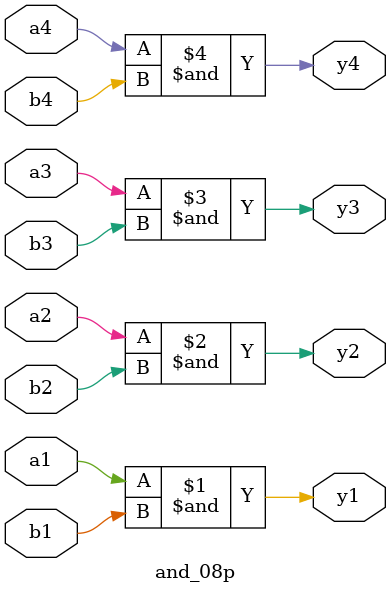
<source format=v>
module and_08p (
    input a1,
    input b1,
    output y1,

    input a2,
    input b2,
    output y2,

    input a3,
    input b3,
    output y3,

    input a4,
    input b4,
    output y4);

    assign y1 = a1 & b1;
    assign y2 = a2 & b2;
    assign y3 = a3 & b3;
    assign y4 = a4 & b4;

endmodule
</source>
